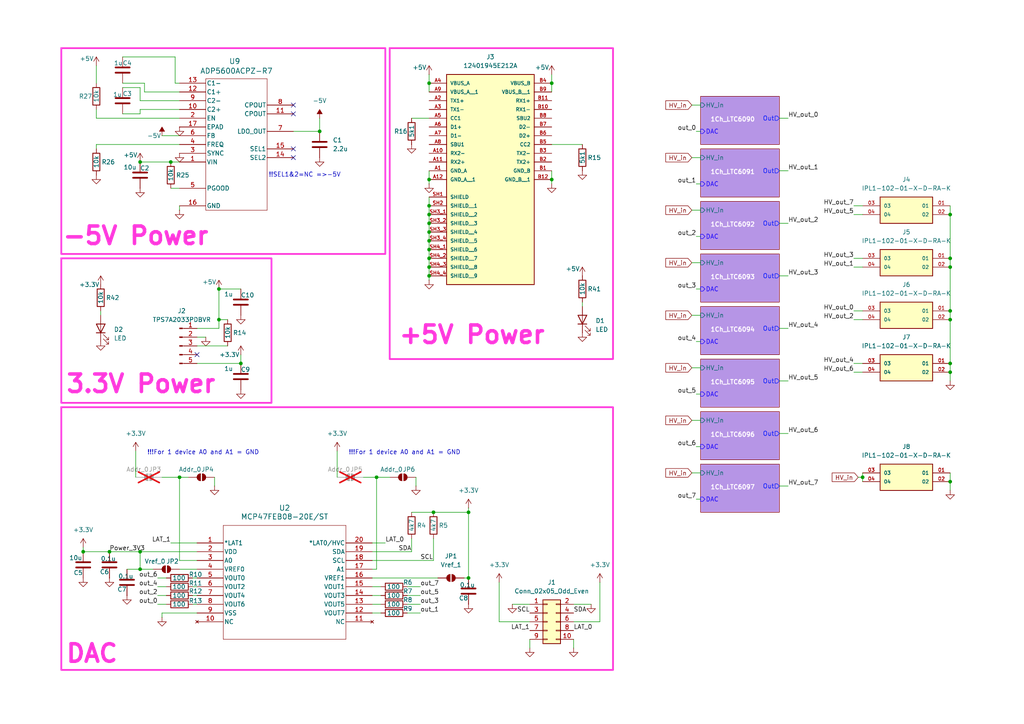
<source format=kicad_sch>
(kicad_sch (version 20250114) (generator "eeschema") (generator_version "9.0")
  (paper "A4")
  (title_block (title "HV Balance Prototype") (date "2025-11-21") (rev "0"))
  (rectangle (start 17.78 118.11) (end 177.8 194.31) (stroke (width 0.508) (color 255 54 218 1)))
  (rectangle (start 17.78 13.97) (end 111.76 73.66) (stroke (width 0.508) (color 255 54 218 1)))
  (rectangle (start 113.03 13.97) (end 177.8 104.14) (stroke (width 0.508) (color 255 54 218 1)))
  (rectangle (start 17.78 74.93) (end 78.74 116.84) (stroke (width 0.508) (color 255 54 218 1)))
  (text "!!!For 1 device A0 and A1 = GND" (at 58.928 131.318 0) (effects (font (size 1.27 1.27))))
  (text "!!!For 1 device A0 and A1 = GND" (at 117.348 131.318 0) (effects (font (size 1.27 1.27))))
  (text "!!SEL1&2=NC =>-5V" (at 88.392 50.8 0) (effects (font (size 1.27 1.27))))
  (text "3.3V Power" (at 40.894 111.506 0) (effects (font (size 5.08 5.08) (thickness 1.016) (bold yes))))
  (text "+5V Power" (at 136.906 97.282 0) (effects (font (size 5.08 5.08) (thickness 1.016) (bold yes))))
  (text "-5V Power" (at 39.37 68.58 0) (effects (font (size 5.08 5.08) (thickness 1.016) (bold yes))))
  (text "DAC" (at 26.67 189.738 0) (effects (font (size 5.08 5.08) (thickness 1.016) (bold yes))))
  (junction (at 275.59 62.23))
  (junction (at 124.46 59.69))
  (junction (at 124.46 67.31))
  (junction (at 250.19 138.43))
  (junction (at 40.64 160.02))
  (junction (at 63.5 83.82))
  (junction (at 275.59 139.7))
  (junction (at 92.71 38.1))
  (junction (at 275.59 92.71))
  (junction (at 275.59 90.17))
  (junction (at 24.13 160.02))
  (junction (at 275.59 107.95))
  (junction (at 124.46 62.23))
  (junction (at 69.85 105.41))
  (junction (at 52.07 138.43))
  (junction (at 124.46 24.13))
  (junction (at 31.75 160.02))
  (junction (at 63.5 92.71))
  (junction (at 40.64 165.1))
  (junction (at 135.89 167.64))
  (junction (at 275.59 105.41))
  (junction (at 160.02 24.13))
  (junction (at 275.59 74.93))
  (junction (at 124.46 52.07))
  (junction (at 160.02 52.07))
  (junction (at 125.73 148.59))
  (junction (at 49.53 46.99))
  (junction (at 40.64 46.99))
  (junction (at 124.46 77.47))
  (junction (at 275.59 77.47))
  (junction (at 109.22 138.43))
  (junction (at 124.46 80.01))
  (junction (at 124.46 72.39))
  (junction (at 124.46 64.77))
  (junction (at 124.46 69.85))
  (junction (at 124.46 74.93))
  (junction (at 135.89 148.59))
  (no_connect (at 85.09 30.48))
  (no_connect (at 85.09 45.72))
  (no_connect (at 85.09 43.18))
  (no_connect (at 85.09 33.02))
  (no_connect (at 57.15 102.87))
  (wire (pts (xy 124.46 59.69) (xy 124.46 62.23)))
  (wire (pts (xy 275.59 92.71) (xy 275.59 105.41)))
  (wire (pts (xy 160.02 24.13) (xy 160.02 26.67)))
  (wire (pts (xy 226.06 110.49) (xy 228.6 110.49)))
  (wire (pts (xy 40.64 165.1) (xy 44.45 165.1)))
  (wire (pts (xy 120.65 138.43) (xy 120.65 140.97)))
  (wire (pts (xy 200.66 137.16) (xy 203.2 137.16)))
  (wire (pts (xy 250.19 137.16) (xy 250.19 138.43)))
  (wire (pts (xy 160.02 52.07) (xy 160.02 53.34)))
  (wire (pts (xy 201.93 129.54) (xy 203.2 129.54)))
  (wire (pts (xy 247.65 107.95) (xy 250.19 107.95)))
  (wire (pts (xy 160.02 49.53) (xy 160.02 52.07)))
  (wire (pts (xy 247.65 105.41) (xy 250.19 105.41)))
  (wire (pts (xy 148.59 175.26) (xy 153.67 175.26)))
  (wire (pts (xy 107.95 172.72) (xy 110.49 172.72)))
  (wire (pts (xy 107.95 165.1) (xy 109.22 165.1)))
  (wire (pts (xy 250.19 138.43) (xy 250.19 139.7)))
  (wire (pts (xy 200.66 121.92) (xy 203.2 121.92)))
  (wire (pts (xy 45.72 172.72) (xy 48.26 172.72)))
  (wire (pts (xy 134.62 167.64) (xy 135.89 167.64)))
  (wire (pts (xy 45.72 167.64) (xy 48.26 167.64)))
  (wire (pts (xy 124.46 80.01) (xy 124.46 81.28)))
  (wire (pts (xy 144.78 168.91) (xy 144.78 180.34)))
  (wire (pts (xy 226.06 64.77) (xy 228.6 64.77)))
  (wire (pts (xy 107.95 177.8) (xy 110.49 177.8)))
  (wire (pts (xy 40.64 33.02) (xy 35.56 33.02)))
  (wire (pts (xy 201.93 53.34) (xy 203.2 53.34)))
  (wire (pts (xy 201.93 38.1) (xy 203.2 38.1)))
  (wire (pts (xy 63.5 95.25) (xy 57.15 95.25)))
  (wire (pts (xy 247.65 74.93) (xy 250.19 74.93)))
  (wire (pts (xy 52.07 162.56) (xy 52.07 138.43)))
  (wire (pts (xy 52.07 138.43) (xy 46.99 138.43)))
  (wire (pts (xy 201.93 99.06) (xy 203.2 99.06)))
  (wire (pts (xy 39.37 130.81) (xy 39.37 138.43)))
  (wire (pts (xy 97.79 130.81) (xy 97.79 138.43)))
  (wire (pts (xy 24.13 158.75) (xy 24.13 160.02)))
  (wire (pts (xy 125.73 148.59) (xy 135.89 148.59)))
  (wire (pts (xy 247.65 77.47) (xy 250.19 77.47)))
  (wire (pts (xy 166.37 175.26) (xy 171.45 175.26)))
  (wire (pts (xy 57.15 100.33) (xy 66.04 100.33)))
  (wire (pts (xy 40.64 46.99) (xy 49.53 46.99)))
  (wire (pts (xy 201.93 68.58) (xy 203.2 68.58)))
  (wire (pts (xy 168.91 87.63) (xy 168.91 88.9)))
  (wire (pts (xy 49.53 46.99) (xy 52.07 46.99)))
  (wire (pts (xy 247.65 90.17) (xy 250.19 90.17)))
  (wire (pts (xy 200.66 91.44) (xy 203.2 91.44)))
  (wire (pts (xy 173.99 168.91) (xy 173.99 180.34)))
  (wire (pts (xy 275.59 77.47) (xy 275.59 90.17)))
  (wire (pts (xy 275.59 105.41) (xy 275.59 107.95)))
  (wire (pts (xy 119.38 148.59) (xy 125.73 148.59)))
  (wire (pts (xy 247.65 59.69) (xy 250.19 59.69)))
  (wire (pts (xy 40.64 31.75) (xy 40.64 33.02)))
  (wire (pts (xy 50.8 24.13) (xy 52.07 24.13)))
  (wire (pts (xy 275.59 137.16) (xy 275.59 139.7)))
  (wire (pts (xy 105.41 138.43) (xy 109.22 138.43)))
  (wire (pts (xy 200.66 30.48) (xy 203.2 30.48)))
  (wire (pts (xy 69.85 83.82) (xy 63.5 83.82)))
  (wire (pts (xy 226.06 125.73) (xy 228.6 125.73)))
  (wire (pts (xy 27.94 34.29) (xy 27.94 31.75)))
  (wire (pts (xy 275.59 90.17) (xy 275.59 92.71)))
  (wire (pts (xy 40.64 160.02) (xy 57.15 160.02)))
  (wire (pts (xy 226.06 49.53) (xy 228.6 49.53)))
  (wire (pts (xy 27.94 34.29) (xy 52.07 34.29)))
  (wire (pts (xy 275.59 107.95) (xy 275.59 110.49)))
  (wire (pts (xy 52.07 41.91) (xy 27.94 41.91)))
  (wire (pts (xy 63.5 83.82) (xy 63.5 92.71)))
  (wire (pts (xy 200.66 45.72) (xy 203.2 45.72)))
  (wire (pts (xy 144.78 180.34) (xy 153.67 180.34)))
  (wire (pts (xy 153.67 185.42) (xy 153.67 187.96)))
  (wire (pts (xy 247.65 62.23) (xy 250.19 62.23)))
  (wire (pts (xy 135.89 148.59) (xy 135.89 167.64)))
  (wire (pts (xy 52.07 54.61) (xy 49.53 54.61)))
  (wire (pts (xy 201.93 114.3) (xy 203.2 114.3)))
  (wire (pts (xy 27.94 41.91) (xy 27.94 43.18)))
  (wire (pts (xy 55.88 172.72) (xy 57.15 172.72)))
  (wire (pts (xy 31.75 160.02) (xy 40.64 160.02)))
  (wire (pts (xy 124.46 49.53) (xy 124.46 52.07)))
  (wire (pts (xy 201.93 144.78) (xy 203.2 144.78)))
  (wire (pts (xy 107.95 167.64) (xy 127 167.64)))
  (wire (pts (xy 49.53 157.48) (xy 57.15 157.48)))
  (wire (pts (xy 40.64 160.02) (xy 40.64 165.1)))
  (wire (pts (xy 63.5 92.71) (xy 66.04 92.71)))
  (wire (pts (xy 63.5 92.71) (xy 63.5 95.25)))
  (wire (pts (xy 275.59 62.23) (xy 275.59 74.93)))
  (wire (pts (xy 124.46 52.07) (xy 124.46 53.34)))
  (wire (pts (xy 55.88 175.26) (xy 57.15 175.26)))
  (wire (pts (xy 124.46 57.15) (xy 124.46 59.69)))
  (wire (pts (xy 119.38 160.02) (xy 119.38 156.21)))
  (wire (pts (xy 124.46 24.13) (xy 124.46 26.67)))
  (wire (pts (xy 118.11 175.26) (xy 121.92 175.26)))
  (wire (pts (xy 46.99 177.8) (xy 46.99 179.07)))
  (wire (pts (xy 226.06 80.01) (xy 228.6 80.01)))
  (wire (pts (xy 50.8 16.51) (xy 35.56 16.51)))
  (wire (pts (xy 24.13 160.02) (xy 31.75 160.02)))
  (wire (pts (xy 27.94 19.05) (xy 27.94 24.13)))
  (wire (pts (xy 69.85 102.87) (xy 69.85 105.41)))
  (wire (pts (xy 200.66 106.68) (xy 203.2 106.68)))
  (wire (pts (xy 57.15 177.8) (xy 46.99 177.8)))
  (wire (pts (xy 124.46 72.39) (xy 124.46 74.93)))
  (wire (pts (xy 226.06 140.97) (xy 228.6 140.97)))
  (wire (pts (xy 226.06 95.25) (xy 228.6 95.25)))
  (wire (pts (xy 107.95 162.56) (xy 125.73 162.56)))
  (wire (pts (xy 57.15 97.79) (xy 59.69 97.79)))
  (wire (pts (xy 107.95 170.18) (xy 110.49 170.18)))
  (wire (pts (xy 52.07 59.69) (xy 52.07 60.96)))
  (wire (pts (xy 160.02 21.59) (xy 160.02 24.13)))
  (wire (pts (xy 248.92 138.43) (xy 250.19 138.43)))
  (wire (pts (xy 118.11 170.18) (xy 121.92 170.18)))
  (wire (pts (xy 200.66 76.2) (xy 203.2 76.2)))
  (wire (pts (xy 275.59 139.7) (xy 275.59 142.24)))
  (wire (pts (xy 46.99 39.37) (xy 52.07 39.37)))
  (wire (pts (xy 55.88 170.18) (xy 57.15 170.18)))
  (wire (pts (xy 62.23 138.43) (xy 62.23 140.97)))
  (wire (pts (xy 201.93 83.82) (xy 203.2 83.82)))
  (wire (pts (xy 124.46 69.85) (xy 124.46 72.39)))
  (wire (pts (xy 45.72 170.18) (xy 48.26 170.18)))
  (wire (pts (xy 200.66 60.96) (xy 203.2 60.96)))
  (wire (pts (xy 45.72 175.26) (xy 48.26 175.26)))
  (wire (pts (xy 55.88 167.64) (xy 57.15 167.64)))
  (wire (pts (xy 52.07 165.1) (xy 57.15 165.1)))
  (wire (pts (xy 52.07 31.75) (xy 40.64 31.75)))
  (wire (pts (xy 275.59 59.69) (xy 275.59 62.23)))
  (wire (pts (xy 41.91 24.13) (xy 41.91 26.67)))
  (wire (pts (xy 107.95 160.02) (xy 119.38 160.02)))
  (wire (pts (xy 29.21 90.17) (xy 29.21 91.44)))
  (wire (pts (xy 109.22 165.1) (xy 109.22 138.43)))
  (wire (pts (xy 57.15 105.41) (xy 69.85 105.41)))
  (wire (pts (xy 57.15 162.56) (xy 52.07 162.56)))
  (wire (pts (xy 119.38 34.29) (xy 124.46 34.29)))
  (wire (pts (xy 160.02 41.91) (xy 168.91 41.91)))
  (wire (pts (xy 92.71 34.29) (xy 92.71 38.1)))
  (wire (pts (xy 107.95 157.48) (xy 111.76 157.48)))
  (wire (pts (xy 247.65 92.71) (xy 250.19 92.71)))
  (wire (pts (xy 50.8 24.13) (xy 50.8 16.51)))
  (wire (pts (xy 124.46 64.77) (xy 124.46 67.31)))
  (wire (pts (xy 35.56 24.13) (xy 41.91 24.13)))
  (wire (pts (xy 118.11 177.8) (xy 121.92 177.8)))
  (wire (pts (xy 124.46 77.47) (xy 124.46 80.01)))
  (wire (pts (xy 173.99 180.34) (xy 166.37 180.34)))
  (wire (pts (xy 124.46 21.59) (xy 124.46 24.13)))
  (wire (pts (xy 92.71 38.1) (xy 85.09 38.1)))
  (wire (pts (xy 135.89 147.32) (xy 135.89 148.59)))
  (wire (pts (xy 166.37 185.42) (xy 166.37 187.96)))
  (wire (pts (xy 109.22 138.43) (xy 113.03 138.43)))
  (wire (pts (xy 41.91 26.67) (xy 52.07 26.67)))
  (wire (pts (xy 52.07 138.43) (xy 54.61 138.43)))
  (wire (pts (xy 124.46 74.93) (xy 124.46 77.47)))
  (wire (pts (xy 40.64 29.21) (xy 40.64 25.4)))
  (wire (pts (xy 107.95 175.26) (xy 110.49 175.26)))
  (wire (pts (xy 118.11 172.72) (xy 121.92 172.72)))
  (wire (pts (xy 275.59 74.93) (xy 275.59 77.47)))
  (wire (pts (xy 36.83 165.1) (xy 40.64 165.1)))
  (wire (pts (xy 226.06 34.29) (xy 228.6 34.29)))
  (wire (pts (xy 124.46 67.31) (xy 124.46 69.85)))
  (wire (pts (xy 40.64 25.4) (xy 35.56 25.4)))
  (wire (pts (xy 125.73 156.21) (xy 125.73 162.56)))
  (wire (pts (xy 124.46 62.23) (xy 124.46 64.77)))
  (wire (pts (xy 52.07 29.21) (xy 40.64 29.21)))
  (label "HV_out_5" (at 228.6 110.49 0))
  (label "out_0" (at 201.93 38.1 180))
  (label "HV_out_6" (at 228.6 125.73 0))
  (label "out_6" (at 201.93 129.54 180))
  (label "HV_out_7" (at 247.65 59.69 180))
  (label "out_7" (at 201.93 144.78 180))
  (label "LAT_1" (at 153.67 182.88 180))
  (label "HV_out_3" (at 247.65 74.93 180))
  (label "SDA" (at 166.37 177.8 0))
  (label "out_7" (at 121.92 170.18 0))
  (label "out_2" (at 45.72 172.72 180))
  (label "Power_3V3" (at 31.75 160.02 0))
  (label "LAT_0" (at 111.76 157.48 0))
  (label "out_5" (at 121.92 172.72 0))
  (label "SCL" (at 121.92 162.56 0))
  (label "out_6" (at 45.72 167.64 180))
  (label "out_0" (at 45.72 175.26 180))
  (label "HV_out_2" (at 247.65 92.71 180))
  (label "HV_out_3" (at 228.6 80.01 0))
  (label "out_1" (at 121.92 177.8 0))
  (label "out_4" (at 45.72 170.18 180))
  (label "HV_out_5" (at 247.65 62.23 180))
  (label "HV_out_6" (at 247.65 107.95 180))
  (label "SCL" (at 153.67 177.8 180))
  (label "HV_out_4" (at 247.65 105.41 180))
  (label "out_2" (at 201.93 68.58 180))
  (label "HV_out_0" (at 228.6 34.29 0))
  (label "SDA" (at 115.57 160.02 0))
  (label "LAT_0" (at 166.37 182.88 0))
  (label "HV_out_4" (at 228.6 95.25 0))
  (label "out_3" (at 121.92 175.26 0))
  (label "HV_out_7" (at 228.6 140.97 0))
  (label "out_1" (at 201.93 53.34 180))
  (label "HV_out_2" (at 228.6 64.77 0))
  (label "out_4" (at 201.93 99.06 180))
  (label "LAT_1" (at 49.53 157.48 180))
  (label "HV_out_1" (at 247.65 77.47 180))
  (label "out_5" (at 201.93 114.3 180))
  (label "HV_out_1" (at 228.6 49.53 0))
  (label "HV_out_0" (at 247.65 90.17 180))
  (label "out_3" (at 201.93 83.82 180))
  (global_label "HV_in" (shape input) (at 200.66 137.16 180) (property "Intersheetrefs" "${INTERSHEET_REFS}" (effects (hide yes))))
  (global_label "HV_in" (shape input) (at 200.66 76.2 180) (property "Intersheetrefs" "${INTERSHEET_REFS}" (effects (hide yes))))
  (global_label "HV_in" (shape input) (at 200.66 121.92 180) (property "Intersheetrefs" "${INTERSHEET_REFS}" (effects (hide yes))))
  (global_label "HV_in" (shape input) (at 200.66 30.48 180) (property "Intersheetrefs" "${INTERSHEET_REFS}" (effects (hide yes))))
  (global_label "HV_in" (shape input) (at 200.66 60.96 180) (property "Intersheetrefs" "${INTERSHEET_REFS}" (effects (hide yes))))
  (global_label "HV_in" (shape input) (at 200.66 106.68 180) (property "Intersheetrefs" "${INTERSHEET_REFS}" (effects (hide yes))))
  (global_label "HV_in" (shape input) (at 200.66 45.72 180) (property "Intersheetrefs" "${INTERSHEET_REFS}" (effects (hide yes))))
  (global_label "HV_in" (shape input) (at 248.92 138.43 180) (property "Intersheetrefs" "${INTERSHEET_REFS}" (effects (hide yes))))
  (global_label "HV_in" (shape input) (at 200.66 91.44 180) (property "Intersheetrefs" "${INTERSHEET_REFS}" (effects (hide yes))))
  (symbol (lib_id "Jumper:SolderJumper_2_Open") (at 43.18 138.43 0) (unit 1) (in_bom no) (dnp yes)
    (property "Reference" "JP3" (at 44.958 136.144 0))
    (property "Value" "Addr_0" (at 39.878 136.144 0))
    (property "Footprint" "Jumper:SolderJumper-2_P1.3mm_Open_Pad1.0x1.5mm" (effects (hide yes)))
    (property "Description" "Solder Jumper, 2-pole, open" (effects (hide yes)))
  )
  (symbol (lib_id "Device:R") (at 49.53 50.8 0) (unit 1)
    (property "Reference" "R25" (at 51.054 50.8 0) (effects (justify left)))
    (property "Value" "10k" (at 49.53 52.578 90) (effects (justify left)))
    (property "Footprint" "Resistor_SMD:R_0603_1608Metric" (effects (hide yes)))
    (property "Description" "Resistor" (effects (hide yes)))
  )
  (symbol (lib_id "Device:LED") (at 29.21 95.25 90) (unit 1)
    (property "Reference" "D2" (at 33.02 95.5674 90) (effects (justify right)))
    (property "Value" "LED" (at 33.02 98.1074 90) (effects (justify right)))
    (property "Footprint" "LED_SMD:LED_0603_1608Metric" (effects (hide yes)))
    (property "Description" "Light emitting diode" (effects (hide yes)))
    (property "Sim.Pins" "1=K 2=A" (effects (hide yes)))
  )
  (symbol (lib_id "power:+3.3V") (at 173.99 168.91 0) (unit 1)
    (property "Reference" "#PWR092" (effects (hide yes)))
    (property "Value" "+3.3V" (at 173.99 163.83 0))
    (property "Description" "Power symbol creates a global label with name \"+3.3V\"" (effects (hide yes)))
  )
  (symbol (lib_id "Device:R") (at 52.07 167.64 90) (unit 1)
    (property "Reference" "R10" (at 58.674 166.624 90) (effects (justify left)))
    (property "Value" "100" (at 53.848 167.64 90) (effects (justify left)))
    (property "Footprint" "Resistor_SMD:R_0402_1005Metric" (effects (hide yes)))
    (property "Description" "Resistor" (effects (hide yes)))
  )
  (symbol (lib_id "power:GND") (at 135.89 175.26 0) (unit 1)
    (property "Reference" "#PWR011" (effects (hide yes)))
    (property "Value" "GND" (effects (hide yes)))
    (property "Description" "Power symbol creates a global label with name \"GND\" , ground" (effects (hide yes)))
  )
  (symbol (lib_id "power:GND") (at 29.21 99.06 0) (unit 1)
    (property "Reference" "#PWR099" (effects (hide yes)))
    (property "Value" "GND" (effects (hide yes)))
    (property "Description" "Power symbol creates a global label with name \"GND\" , ground" (effects (hide yes)))
  )
  (symbol (lib_id "Device:R") (at 119.38 38.1 0) (unit 1)
    (property "Reference" "R16" (at 114.3 38.1 0) (effects (justify left)))
    (property "Value" "5k1" (at 119.38 39.878 90) (effects (justify left)))
    (property "Footprint" "Resistor_SMD:R_0402_1005Metric" (effects (hide yes)))
    (property "Description" "Resistor" (effects (hide yes)))
  )
  (symbol (lib_id "power:+5V") (at 160.02 21.59 0) (unit 1)
    (property "Reference" "#PWR035" (effects (hide yes)))
    (property "Value" "+5V" (at 157.226 19.558 0))
    (property "Description" "Power symbol creates a global label with name \"+5V\"" (effects (hide yes)))
  )
  (symbol (lib_id "power:GND") (at 36.83 172.72 0) (unit 1)
    (property "Reference" "#PWR09" (effects (hide yes)))
    (property "Value" "GND" (effects (hide yes)))
    (property "Description" "Power symbol creates a global label with name \"GND\" , ground" (effects (hide yes)))
  )
  (symbol (lib_id "power:GND") (at 62.23 140.97 0) (unit 1)
    (property "Reference" "#PWR013" (effects (hide yes)))
    (property "Value" "GND" (effects (hide yes)))
    (property "Description" "Power symbol creates a global label with name \"GND\" , ground" (effects (hide yes)))
  )
  (symbol (lib_id "power:GND") (at 124.46 81.28 0) (unit 1)
    (property "Reference" "#PWR021" (effects (hide yes)))
    (property "Value" "GND" (effects (hide yes)))
    (property "Description" "Power symbol creates a global label with name \"GND\" , ground" (effects (hide yes)))
  )
  (symbol (lib_id "Device:R") (at 52.07 172.72 90) (unit 1)
    (property "Reference" "R12" (at 58.674 171.45 90) (effects (justify left)))
    (property "Value" "100" (at 53.848 172.72 90) (effects (justify left)))
    (property "Footprint" "Resistor_SMD:R_0402_1005Metric" (effects (hide yes)))
    (property "Description" "Resistor" (effects (hide yes)))
  )
  (symbol (lib_id "Device:C") (at 31.75 163.83 0) (unit 1)
    (property "Reference" "C6" (at 28.956 165.862 0) (effects (justify left)))
    (property "Value" "0.1u" (at 29.21 162.052 0) (effects (justify left)))
    (property "Footprint" "Capacitor_SMD:C_0402_1005Metric" (effects (hide yes)))
    (property "Description" "Unpolarized capacitor" (effects (hide yes)))
  )
  (symbol (lib_id "0_lib:IPL1-102-01-X-D-RA-K") (at 262.89 139.7 0) (mirror y) (unit 1)
    (property "Reference" "J8" (at 262.89 129.54 0))
    (property "Value" "IPL1-102-01-X-D-RA-K" (at 262.89 132.08 0))
    (property "Footprint" "0_lib:SAMTEC_IPL1-102-01-X-D-RA-K" (effects (hide yes)))
    (property "MF" "Samtec" (effects (hide yes)))
    (property "MAXIMUM_PACKAGE_HEIGHT" "7.37mm" (effects (hide yes)))
    (property "Package" "None" (effects (hide yes)))
    (property "Price" "None" (effects (hide yes)))
    (property "Check_prices" "https://www.snapeda.com/parts/IPL1-102-01-L-D-RA-K/Samtec/view-part/?ref=eda" (effects (hide yes)))
    (property "STANDARD" "Manufacturer Recommendations" (effects (hide yes)))
    (property "PARTREV" "E" (effects (hide yes)))
    (property "SnapEDA_Link" "https://www.snapeda.com/parts/IPL1-102-01-L-D-RA-K/Samtec/view-part/?ref=snap" (effects (hide yes)))
    (property "MP" "IPL1-102-01-L-D-RA-K" (effects (hide yes)))
    (property "Description_1" "Connector Header Through Hole, Right Angle 4 position 0.100 (2.54mm)" (effects (hide yes)))
    (property "Availability" "In Stock" (effects (hide yes)))
    (property "MANUFACTURER" "Samtec" (effects (hide yes)))
  )
  (symbol (lib_id "Device:C") (at 35.56 20.32 0) (unit 1)
    (property "Reference" "C4" (at 35.56 18.288 0) (effects (justify left)))
    (property "Value" "1u" (at 33.02 18.288 0) (effects (justify left)))
    (property "Footprint" "Capacitor_SMD:C_0402_1005Metric" (effects (hide yes)))
    (property "Description" "Unpolarized capacitor" (effects (hide yes)))
  )
  (symbol (lib_id "power:GND") (at 40.64 54.61 0) (unit 1)
    (property "Reference" "#PWR028" (effects (hide yes)))
    (property "Value" "GND" (effects (hide yes)))
    (property "Description" "Power symbol creates a global label with name \"GND\" , ground" (effects (hide yes)))
  )
  (symbol (lib_id "Device:R") (at 168.91 83.82 0) (unit 1)
    (property "Reference" "R41" (at 170.434 83.82 0) (effects (justify left)))
    (property "Value" "10k" (at 168.91 85.598 90) (effects (justify left)))
    (property "Footprint" "Resistor_SMD:R_0402_1005Metric" (effects (hide yes)))
    (property "Description" "Resistor" (effects (hide yes)))
  )
  (symbol (lib_id "0_lib:12401945E212A") (at 142.24 36.83 0) (unit 1)
    (property "Reference" "J3" (at 142.24 16.51 0))
    (property "Value" "12401945E212A" (at 142.24 19.05 0))
    (property "Footprint" "0_lib:AMPHENOL_12401945E212A" (effects (hide yes)))
    (property "PARTREV" "1" (effects (hide yes)))
    (property "STANDARD" "Manufacturer Recommended" (effects (hide yes)))
    (property "MAXIMUM_PACKAGE_HEIGHT" "3.51 mm" (effects (hide yes)))
    (property "MANUFACTURER" "Amphenol" (effects (hide yes)))
  )
  (symbol (lib_id "Device:C") (at 35.56 29.21 0) (unit 1)
    (property "Reference" "C3" (at 35.56 27.178 0) (effects (justify left)))
    (property "Value" "1u" (at 32.766 27.432 0) (effects (justify left)))
    (property "Footprint" "Capacitor_SMD:C_0402_1005Metric" (effects (hide yes)))
    (property "Description" "Unpolarized capacitor" (effects (hide yes)))
  )
  (symbol (lib_id "Jumper:SolderJumper_2_Open") (at 130.81 167.64 0) (unit 1) (in_bom no)
    (property "Reference" "JP1" (at 130.81 161.29 0))
    (property "Value" "Vref_1" (at 130.81 163.83 0))
    (property "Footprint" "Jumper:SolderJumper-2_P1.3mm_Open_Pad1.0x1.5mm" (effects (hide yes)))
    (property "Description" "Solder Jumper, 2-pole, open" (effects (hide yes)))
  )
  (symbol (lib_id "Device:C") (at 69.85 109.22 0) (unit 1)
    (property "Reference" "C9" (at 69.85 107.188 0) (effects (justify left)))
    (property "Value" "1u" (at 65.024 106.934 0) (effects (justify left)))
    (property "Footprint" "Capacitor_SMD:C_0402_1005Metric" (effects (hide yes)))
    (property "Description" "Unpolarized capacitor" (effects (hide yes)))
  )
  (symbol (lib_id "Device:R") (at 52.07 175.26 90) (unit 1)
    (property "Reference" "R13" (at 58.674 174.244 90) (effects (justify left)))
    (property "Value" "100" (at 53.848 175.26 90) (effects (justify left)))
    (property "Footprint" "Resistor_SMD:R_0402_1005Metric" (effects (hide yes)))
    (property "Description" "Resistor" (effects (hide yes)))
  )
  (symbol (lib_id "Device:C") (at 36.83 168.91 0) (unit 1)
    (property "Reference" "C7" (at 34.036 170.942 0) (effects (justify left)))
    (property "Value" "0.1u" (at 34.29 167.132 0) (effects (justify left)))
    (property "Footprint" "Capacitor_SMD:C_0402_1005Metric" (effects (hide yes)))
    (property "Description" "Unpolarized capacitor" (effects (hide yes)))
  )
  (symbol (lib_id "Device:C") (at 40.64 50.8 0) (unit 1)
    (property "Reference" "C2" (at 40.64 48.768 0) (effects (justify left)))
    (property "Value" "10u" (at 35.814 48.514 0) (effects (justify left)))
    (property "Footprint" "Capacitor_SMD:C_0805_2012Metric" (effects (hide yes)))
    (property "Description" "Unpolarized capacitor" (effects (hide yes)))
  )
  (symbol (lib_id "power:+3.3V") (at 29.21 82.55 0) (unit 1)
    (property "Reference" "#PWR098" (effects (hide yes)))
    (property "Value" "+3.3V" (at 25.908 82.55 0))
    (property "Description" "Power symbol creates a global label with name \"+3.3V\"" (effects (hide yes)))
  )
  (symbol (lib_id "Device:R") (at 27.94 27.94 0) (unit 1)
    (property "Reference" "R27" (at 22.86 27.94 0) (effects (justify left)))
    (property "Value" "10k" (at 27.94 29.718 90) (effects (justify left)))
    (property "Footprint" "Resistor_SMD:R_0603_1608Metric" (effects (hide yes)))
    (property "Description" "Resistor" (effects (hide yes)))
  )
  (symbol (lib_id "power:+5V") (at 27.94 19.05 0) (unit 1)
    (property "Reference" "#PWR033" (effects (hide yes)))
    (property "Value" "+5V" (at 25.146 17.018 0))
    (property "Description" "Power symbol creates a global label with name \"+5V\"" (effects (hide yes)))
  )
  (symbol (lib_id "Connector_Generic:Conn_02x05_Odd_Even") (at 158.75 180.34 0) (unit 1)
    (property "Reference" "J1" (at 160.02 168.91 0))
    (property "Value" "Conn_02x05_Odd_Even" (at 160.02 171.45 0))
    (property "Footprint" "Connector_PinHeader_2.54mm:PinHeader_2x05_P2.54mm_Vertical_SMD" (effects (hide yes)))
    (property "Description" "Generic connector, double row, 02x05, odd/even pin numbering scheme (row 1 odd numbers, row 2 even numbers), script generated (kicad-library-utils/schlib/autogen/connector/)" (effects (hide yes)))
  )
  (symbol (lib_id "Device:C") (at 69.85 87.63 0) (unit 1)
    (property "Reference" "C10" (at 69.85 85.598 0) (effects (justify left)))
    (property "Value" "1u" (at 65.024 85.344 0) (effects (justify left)))
    (property "Footprint" "Capacitor_SMD:C_0402_1005Metric" (effects (hide yes)))
    (property "Description" "Unpolarized capacitor" (effects (hide yes)))
  )
  (symbol (lib_id "power:GND") (at 120.65 140.97 0) (unit 1)
    (property "Reference" "#PWR015" (effects (hide yes)))
    (property "Value" "GND" (effects (hide yes)))
    (property "Description" "Power symbol creates a global label with name \"GND\" , ground" (effects (hide yes)))
  )
  (symbol (lib_id "power:GND") (at 119.38 41.91 0) (unit 1)
    (property "Reference" "#PWR037" (effects (hide yes)))
    (property "Value" "GND" (effects (hide yes)))
    (property "Description" "Power symbol creates a global label with name \"GND\" , ground" (effects (hide yes)))
  )
  (symbol (lib_id "power:+5V") (at 124.46 21.59 0) (unit 1)
    (property "Reference" "#PWR024" (effects (hide yes)))
    (property "Value" "+5V" (at 121.666 19.558 0))
    (property "Description" "Power symbol creates a global label with name \"+5V\"" (effects (hide yes)))
  )
  (symbol (lib_id "power:GND") (at 92.71 45.72 0) (unit 1)
    (property "Reference" "#PWR026" (effects (hide yes)))
    (property "Value" "GND" (effects (hide yes)))
    (property "Description" "Power symbol creates a global label with name \"GND\" , ground" (effects (hide yes)))
  )
  (symbol (lib_id "Device:R") (at 52.07 170.18 90) (unit 1)
    (property "Reference" "R11" (at 58.674 169.164 90) (effects (justify left)))
    (property "Value" "100" (at 53.848 170.18 90) (effects (justify left)))
    (property "Footprint" "Resistor_SMD:R_0402_1005Metric" (effects (hide yes)))
    (property "Description" "Resistor" (effects (hide yes)))
  )
  (symbol (lib_id "power:-5V") (at 46.99 39.37 0) (unit 1)
    (property "Reference" "#PWR030" (effects (hide yes)))
    (property "Value" "-5V" (at 44.704 39.37 0))
    (property "Description" "Power symbol creates a global label with name \"-5V\"" (effects (hide yes)))
  )
  (symbol (lib_id "power:GND") (at 275.59 142.24 0) (unit 1)
    (property "Reference" "#PWR04" (effects (hide yes)))
    (property "Value" "GND" (effects (hide yes)))
    (property "Description" "Power symbol creates a global label with name \"GND\" , ground" (effects (hide yes)))
  )
  (symbol (lib_id "power:GND") (at 153.67 187.96 0) (unit 1)
    (property "Reference" "#PWR02" (effects (hide yes)))
    (property "Value" "GND" (effects (hide yes)))
    (property "Description" "Power symbol creates a global label with name \"GND\" , ground" (effects (hide yes)))
  )
  (symbol (lib_id "Jumper:SolderJumper_2_Open") (at 48.26 165.1 0) (unit 1) (in_bom no)
    (property "Reference" "JP2" (at 50.038 162.814 0))
    (property "Value" "Vref_0" (at 44.958 162.814 0))
    (property "Footprint" "Jumper:SolderJumper-2_P1.3mm_Open_Pad1.0x1.5mm" (effects (hide yes)))
    (property "Description" "Solder Jumper, 2-pole, open" (effects (hide yes)))
  )
  (symbol (lib_id "power:GND") (at 69.85 91.44 0) (unit 1)
    (property "Reference" "#PWR020" (effects (hide yes)))
    (property "Value" "GND" (effects (hide yes)))
    (property "Description" "Power symbol creates a global label with name \"GND\" , ground" (effects (hide yes)))
  )
  (symbol (lib_id "power:GND") (at 168.91 96.52 0) (unit 1)
    (property "Reference" "#PWR097" (effects (hide yes)))
    (property "Value" "GND" (effects (hide yes)))
    (property "Description" "Power symbol creates a global label with name \"GND\" , ground" (effects (hide yes)))
  )
  (symbol (lib_id "Device:LED") (at 168.91 92.71 90) (unit 1)
    (property "Reference" "D1" (at 172.72 93.0274 90) (effects (justify right)))
    (property "Value" "LED" (at 172.72 95.5674 90) (effects (justify right)))
    (property "Footprint" "LED_SMD:LED_0603_1608Metric" (effects (hide yes)))
    (property "Description" "Light emitting diode" (effects (hide yes)))
    (property "Sim.Pins" "1=K 2=A" (effects (hide yes)))
  )
  (symbol (lib_id "power:+3.3V") (at 135.89 147.32 0) (unit 1)
    (property "Reference" "#PWR010" (effects (hide yes)))
    (property "Value" "+3.3V" (at 135.89 142.24 0))
    (property "Description" "Power symbol creates a global label with name \"+3.3V\"" (effects (hide yes)))
  )
  (symbol (lib_id "power:GND") (at 52.07 44.45 0) (unit 1)
    (property "Reference" "#PWR032" (effects (hide yes)))
    (property "Value" "GND" (effects (hide yes)))
    (property "Description" "Power symbol creates a global label with name \"GND\" , ground" (effects (hide yes)))
  )
  (symbol (lib_id "power:GND") (at 46.99 179.07 0) (unit 1)
    (property "Reference" "#PWR07" (effects (hide yes)))
    (property "Value" "GND" (effects (hide yes)))
    (property "Description" "Power symbol creates a global label with name \"GND\" , ground" (effects (hide yes)))
  )
  (symbol (lib_id "0_lib:IPL1-102-01-X-D-RA-K") (at 262.89 107.95 0) (mirror y) (unit 1)
    (property "Reference" "J7" (at 262.89 97.79 0))
    (property "Value" "IPL1-102-01-X-D-RA-K" (at 262.89 100.33 0))
    (property "Footprint" "0_lib:SAMTEC_IPL1-102-01-X-D-RA-K" (effects (hide yes)))
    (property "MF" "Samtec" (effects (hide yes)))
    (property "MAXIMUM_PACKAGE_HEIGHT" "7.37mm" (effects (hide yes)))
    (property "Package" "None" (effects (hide yes)))
    (property "Price" "None" (effects (hide yes)))
    (property "Check_prices" "https://www.snapeda.com/parts/IPL1-102-01-L-D-RA-K/Samtec/view-part/?ref=eda" (effects (hide yes)))
    (property "STANDARD" "Manufacturer Recommendations" (effects (hide yes)))
    (property "PARTREV" "E" (effects (hide yes)))
    (property "SnapEDA_Link" "https://www.snapeda.com/parts/IPL1-102-01-L-D-RA-K/Samtec/view-part/?ref=snap" (effects (hide yes)))
    (property "MP" "IPL1-102-01-L-D-RA-K" (effects (hide yes)))
    (property "Description_1" "Connector Header Through Hole, Right Angle 4 position 0.100 (2.54mm)" (effects (hide yes)))
    (property "Availability" "In Stock" (effects (hide yes)))
    (property "MANUFACTURER" "Samtec" (effects (hide yes)))
  )
  (symbol (lib_id "power:GND") (at 31.75 167.64 0) (unit 1)
    (property "Reference" "#PWR08" (effects (hide yes)))
    (property "Value" "GND" (effects (hide yes)))
    (property "Description" "Power symbol creates a global label with name \"GND\" , ground" (effects (hide yes)))
  )
  (symbol (lib_id "Jumper:SolderJumper_2_Open") (at 58.42 138.43 0) (unit 1) (in_bom no)
    (property "Reference" "JP4" (at 60.198 136.144 0))
    (property "Value" "Addr_0" (at 55.118 136.144 0))
    (property "Footprint" "Jumper:SolderJumper-2_P1.3mm_Open_Pad1.0x1.5mm" (effects (hide yes)))
    (property "Description" "Solder Jumper, 2-pole, open" (effects (hide yes)))
  )
  (symbol (lib_id "power:+3.3V") (at 144.78 168.91 0) (unit 1)
    (property "Reference" "#PWR093" (effects (hide yes)))
    (property "Value" "+3.3V" (at 144.78 163.83 0))
    (property "Description" "Power symbol creates a global label with name \"+3.3V\"" (effects (hide yes)))
  )
  (symbol (lib_id "Device:R") (at 114.3 170.18 90) (unit 1)
    (property "Reference" "R6" (at 119.634 168.91 90) (effects (justify left)))
    (property "Value" "100" (at 116.078 170.18 90) (effects (justify left)))
    (property "Footprint" "Resistor_SMD:R_0402_1005Metric" (effects (hide yes)))
    (property "Description" "Resistor" (effects (hide yes)))
  )
  (symbol (lib_id "power:+3.3V") (at 69.85 102.87 0) (unit 1)
    (property "Reference" "#PWR017" (effects (hide yes)))
    (property "Value" "+3.3V" (at 66.548 102.87 0))
    (property "Description" "Power symbol creates a global label with name \"+3.3V\"" (effects (hide yes)))
  )
  (symbol (lib_id "power:GND") (at 148.59 175.26 0) (unit 1)
    (property "Reference" "#PWR094" (effects (hide yes)))
    (property "Value" "GND" (effects (hide yes)))
    (property "Description" "Power symbol creates a global label with name \"GND\" , ground" (effects (hide yes)))
  )
  (symbol (lib_id "power:-5V") (at 92.71 34.29 0) (unit 1)
    (property "Reference" "#PWR025" (effects (hide yes)))
    (property "Value" "-5V" (at 92.71 29.21 0))
    (property "Description" "Power symbol creates a global label with name \"-5V\"" (effects (hide yes)))
  )
  (symbol (lib_id "power:GND") (at 69.85 113.03 0) (unit 1)
    (property "Reference" "#PWR019" (effects (hide yes)))
    (property "Value" "GND" (effects (hide yes)))
    (property "Description" "Power symbol creates a global label with name \"GND\" , ground" (effects (hide yes)))
  )
  (symbol (lib_id "0_lib:MCP47FVB28-20E_ST") (at 57.15 157.48 0) (unit 1)
    (property "Reference" "U2" (at 82.55 147.32 0) (effects (font (size 1.524 1.524))))
    (property "Value" "MCP47FEB08-20E/ST" (at 82.55 149.86 0) (effects (font (size 1.524 1.524))))
    (property "Footprint" "0_lib:TSSOP20_ST_MCH" (effects (hide yes)))
    (property "Datasheet" "MCP47FVB28-20E/ST" (effects (hide yes)))
  )
  (symbol (lib_id "power:GND") (at 27.94 50.8 0) (unit 1)
    (property "Reference" "#PWR031" (effects (hide yes)))
    (property "Value" "GND" (effects (hide yes)))
    (property "Description" "Power symbol creates a global label with name \"GND\" , ground" (effects (hide yes)))
  )
  (symbol (lib_id "Device:R") (at 125.73 152.4 0) (unit 1)
    (property "Reference" "R5" (at 127.254 152.4 0) (effects (justify left)))
    (property "Value" "4k7" (at 125.73 154.178 90) (effects (justify left)))
    (property "Footprint" "Resistor_SMD:R_0402_1005Metric" (effects (hide yes)))
    (property "Description" "Resistor" (effects (hide yes)))
  )
  (symbol (lib_id "Device:C") (at 24.13 163.83 0) (unit 1)
    (property "Reference" "C5" (at 21.336 166.116 0) (effects (justify left)))
    (property "Value" "10u" (at 20.066 161.798 0) (effects (justify left)))
    (property "Footprint" "Capacitor_SMD:C_0402_1005Metric" (effects (hide yes)))
    (property "Description" "Unpolarized capacitor" (effects (hide yes)))
  )
  (symbol (lib_id "0_lib:IPL1-102-01-X-D-RA-K") (at 262.89 62.23 0) (mirror y) (unit 1)
    (property "Reference" "J4" (at 262.89 52.07 0))
    (property "Value" "IPL1-102-01-X-D-RA-K" (at 262.89 54.61 0))
    (property "Footprint" "0_lib:SAMTEC_IPL1-102-01-X-D-RA-K" (effects (hide yes)))
    (property "MF" "Samtec" (effects (hide yes)))
    (property "MAXIMUM_PACKAGE_HEIGHT" "7.37mm" (effects (hide yes)))
    (property "Package" "None" (effects (hide yes)))
    (property "Price" "None" (effects (hide yes)))
    (property "Check_prices" "https://www.snapeda.com/parts/IPL1-102-01-L-D-RA-K/Samtec/view-part/?ref=eda" (effects (hide yes)))
    (property "STANDARD" "Manufacturer Recommendations" (effects (hide yes)))
    (property "PARTREV" "E" (effects (hide yes)))
    (property "SnapEDA_Link" "https://www.snapeda.com/parts/IPL1-102-01-L-D-RA-K/Samtec/view-part/?ref=snap" (effects (hide yes)))
    (property "MP" "IPL1-102-01-L-D-RA-K" (effects (hide yes)))
    (property "Description_1" "Connector Header Through Hole, Right Angle 4 position 0.100 (2.54mm)" (effects (hide yes)))
    (property "Availability" "In Stock" (effects (hide yes)))
    (property "MANUFACTURER" "Samtec" (effects (hide yes)))
  )
  (symbol (lib_id "Device:R") (at 114.3 177.8 90) (unit 1)
    (property "Reference" "R9" (at 119.634 176.53 90) (effects (justify left)))
    (property "Value" "100" (at 116.078 177.8 90) (effects (justify left)))
    (property "Footprint" "Resistor_SMD:R_0402_1005Metric" (effects (hide yes)))
    (property "Description" "Resistor" (effects (hide yes)))
  )
  (symbol (lib_id "Connector:Conn_01x05_Pin") (at 52.07 100.33 0) (unit 1)
    (property "Reference" "J2" (at 52.705 90.17 0))
    (property "Value" "TPS7A2033PDBVR" (at 52.705 92.71 0))
    (property "Footprint" "Package_TO_SOT_SMD:TSOT-23-5_HandSoldering" (effects (hide yes)))
    (property "Description" "Generic connector, single row, 01x05, script generated" (effects (hide yes)))
  )
  (symbol (lib_id "0_lib:IPL1-102-01-X-D-RA-K") (at 262.89 77.47 0) (mirror y) (unit 1)
    (property "Reference" "J5" (at 262.89 67.31 0))
    (property "Value" "IPL1-102-01-X-D-RA-K" (at 262.89 69.85 0))
    (property "Footprint" "0_lib:SAMTEC_IPL1-102-01-X-D-RA-K" (effects (hide yes)))
    (property "MF" "Samtec" (effects (hide yes)))
    (property "MAXIMUM_PACKAGE_HEIGHT" "7.37mm" (effects (hide yes)))
    (property "Package" "None" (effects (hide yes)))
    (property "Price" "None" (effects (hide yes)))
    (property "Check_prices" "https://www.snapeda.com/parts/IPL1-102-01-L-D-RA-K/Samtec/view-part/?ref=eda" (effects (hide yes)))
    (property "STANDARD" "Manufacturer Recommendations" (effects (hide yes)))
    (property "PARTREV" "E" (effects (hide yes)))
    (property "SnapEDA_Link" "https://www.snapeda.com/parts/IPL1-102-01-L-D-RA-K/Samtec/view-part/?ref=snap" (effects (hide yes)))
    (property "MP" "IPL1-102-01-L-D-RA-K" (effects (hide yes)))
    (property "Description_1" "Connector Header Through Hole, Right Angle 4 position 0.100 (2.54mm)" (effects (hide yes)))
    (property "Availability" "In Stock" (effects (hide yes)))
    (property "MANUFACTURER" "Samtec" (effects (hide yes)))
  )
  (symbol (lib_id "power:GND") (at 168.91 49.53 0) (unit 1)
    (property "Reference" "#PWR036" (effects (hide yes)))
    (property "Value" "GND" (effects (hide yes)))
    (property "Description" "Power symbol creates a global label with name \"GND\" , ground" (effects (hide yes)))
  )
  (symbol (lib_id "Jumper:SolderJumper_2_Open") (at 101.6 138.43 0) (unit 1) (in_bom no) (dnp yes)
    (property "Reference" "JP5" (at 103.378 136.144 0))
    (property "Value" "Addr_0" (at 98.298 136.144 0))
    (property "Footprint" "Jumper:SolderJumper-2_P1.3mm_Open_Pad1.0x1.5mm" (effects (hide yes)))
    (property "Description" "Solder Jumper, 2-pole, open" (effects (hide yes)))
  )
  (symbol (lib_id "Jumper:SolderJumper_2_Open") (at 116.84 138.43 0) (unit 1) (in_bom no)
    (property "Reference" "JP6" (at 118.618 136.144 0))
    (property "Value" "Addr_0" (at 113.538 136.144 0))
    (property "Footprint" "Jumper:SolderJumper-2_P1.3mm_Open_Pad1.0x1.5mm" (effects (hide yes)))
    (property "Description" "Solder Jumper, 2-pole, open" (effects (hide yes)))
  )
  (symbol (lib_id "power:GND") (at 166.37 187.96 0) (unit 1)
    (property "Reference" "#PWR091" (effects (hide yes)))
    (property "Value" "GND" (effects (hide yes)))
    (property "Description" "Power symbol creates a global label with name \"GND\" , ground" (effects (hide yes)))
  )
  (symbol (lib_id "power:GND") (at 160.02 53.34 0) (unit 1)
    (property "Reference" "#PWR023" (effects (hide yes)))
    (property "Value" "GND" (effects (hide yes)))
    (property "Description" "Power symbol creates a global label with name \"GND\" , ground" (effects (hide yes)))
  )
  (symbol (lib_id "Device:R") (at 27.94 46.99 0) (unit 1)
    (property "Reference" "R26" (at 29.464 46.99 0) (effects (justify left)))
    (property "Value" "10k" (at 27.94 48.768 90) (effects (justify left)))
    (property "Footprint" "Resistor_SMD:R_0603_1608Metric" (effects (hide yes)))
    (property "Description" "Resistor" (effects (hide yes)))
  )
  (symbol (lib_id "Device:R") (at 119.38 152.4 0) (unit 1)
    (property "Reference" "R4" (at 120.904 152.4 0) (effects (justify left)))
    (property "Value" "4k7" (at 119.38 154.178 90) (effects (justify left)))
    (property "Footprint" "Resistor_SMD:R_0402_1005Metric" (effects (hide yes)))
    (property "Description" "Resistor" (effects (hide yes)))
  )
  (symbol (lib_id "0_lib:IPL1-102-01-X-D-RA-K") (at 262.89 92.71 0) (mirror y) (unit 1)
    (property "Reference" "J6" (at 262.89 82.55 0))
    (property "Value" "IPL1-102-01-X-D-RA-K" (at 262.89 85.09 0))
    (property "Footprint" "0_lib:SAMTEC_IPL1-102-01-X-D-RA-K" (effects (hide yes)))
    (property "MF" "Samtec" (effects (hide yes)))
    (property "MAXIMUM_PACKAGE_HEIGHT" "7.37mm" (effects (hide yes)))
    (property "Package" "None" (effects (hide yes)))
    (property "Price" "None" (effects (hide yes)))
    (property "Check_prices" "https://www.snapeda.com/parts/IPL1-102-01-L-D-RA-K/Samtec/view-part/?ref=eda" (effects (hide yes)))
    (property "STANDARD" "Manufacturer Recommendations" (effects (hide yes)))
    (property "PARTREV" "E" (effects (hide yes)))
    (property "SnapEDA_Link" "https://www.snapeda.com/parts/IPL1-102-01-L-D-RA-K/Samtec/view-part/?ref=snap" (effects (hide yes)))
    (property "MP" "IPL1-102-01-L-D-RA-K" (effects (hide yes)))
    (property "Description_1" "Connector Header Through Hole, Right Angle 4 position 0.100 (2.54mm)" (effects (hide yes)))
    (property "Availability" "In Stock" (effects (hide yes)))
    (property "MANUFACTURER" "Samtec" (effects (hide yes)))
  )
  (symbol (lib_id "power:+3.3V") (at 97.79 130.81 0) (unit 1)
    (property "Reference" "#PWR014" (effects (hide yes)))
    (property "Value" "+3.3V" (at 97.79 125.73 0))
    (property "Description" "Power symbol creates a global label with name \"+3.3V\"" (effects (hide yes)))
  )
  (symbol (lib_id "power:GND") (at 124.46 53.34 0) (unit 1)
    (property "Reference" "#PWR022" (effects (hide yes)))
    (property "Value" "GND" (effects (hide yes)))
    (property "Description" "Power symbol creates a global label with name \"GND\" , ground" (effects (hide yes)))
  )
  (symbol (lib_id "power:+5V") (at 63.5 83.82 0) (unit 1)
    (property "Reference" "#PWR016" (effects (hide yes)))
    (property "Value" "+5V" (at 60.706 81.788 0))
    (property "Description" "Power symbol creates a global label with name \"+5V\"" (effects (hide yes)))
  )
  (symbol (lib_id "Device:R") (at 114.3 172.72 90) (unit 1)
    (property "Reference" "R7" (at 119.634 171.45 90) (effects (justify left)))
    (property "Value" "100" (at 116.078 172.72 90) (effects (justify left)))
    (property "Footprint" "Resistor_SMD:R_0402_1005Metric" (effects (hide yes)))
    (property "Description" "Resistor" (effects (hide yes)))
  )
  (symbol (lib_id "Device:C") (at 135.89 171.45 0) (unit 1)
    (property "Reference" "C8" (at 133.096 173.482 0) (effects (justify left)))
    (property "Value" "0.1u" (at 133.35 169.672 0) (effects (justify left)))
    (property "Footprint" "Capacitor_SMD:C_0402_1005Metric" (effects (hide yes)))
    (property "Description" "Unpolarized capacitor" (effects (hide yes)))
  )
  (symbol (lib_id "power:+5V") (at 168.91 80.01 0) (unit 1)
    (property "Reference" "#PWR096" (effects (hide yes)))
    (property "Value" "+5V" (at 166.116 77.978 0))
    (property "Description" "Power symbol creates a global label with name \"+5V\"" (effects (hide yes)))
  )
  (symbol (lib_id "0_lib:ADP5600ACPZ-R7") (at 52.07 24.13 0) (unit 1)
    (property "Reference" "U9" (at 68.072 17.78 0) (effects (font (size 1.524 1.524))))
    (property "Value" "ADP5600ACPZ-R7" (at 68.58 20.574 0) (effects (font (size 1.524 1.524))))
    (property "Footprint" "0_lib:CP-16-17_ADI" (effects (hide yes)))
    (property "Datasheet" "https://www.analog.com/media/en/technical-documentation/data-sheets/adp5600.pdf" (effects (hide yes)))
  )
  (symbol (lib_id "power:GND") (at 171.45 175.26 0) (unit 1)
    (property "Reference" "#PWR095" (effects (hide yes)))
    (property "Value" "GND" (effects (hide yes)))
    (property "Description" "Power symbol creates a global label with name \"GND\" , ground" (effects (hide yes)))
  )
  (symbol (lib_id "power:GND") (at 275.59 110.49 0) (unit 1)
    (property "Reference" "#PWR01" (effects (hide yes)))
    (property "Value" "GND" (effects (hide yes)))
    (property "Description" "Power symbol creates a global label with name \"GND\" , ground" (effects (hide yes)))
  )
  (symbol (lib_id "power:GND") (at 59.69 97.79 0) (unit 1)
    (property "Reference" "#PWR018" (effects (hide yes)))
    (property "Value" "GND" (effects (hide yes)))
    (property "Description" "Power symbol creates a global label with name \"GND\" , ground" (effects (hide yes)))
  )
  (symbol (lib_id "Device:R") (at 66.04 96.52 0) (unit 1)
    (property "Reference" "R14" (at 67.564 96.52 0) (effects (justify left)))
    (property "Value" "10k" (at 66.04 98.298 90) (effects (justify left)))
    (property "Footprint" "Resistor_SMD:R_0402_1005Metric" (effects (hide yes)))
    (property "Description" "Resistor" (effects (hide yes)))
  )
  (symbol (lib_id "power:GND") (at 52.07 60.96 0) (unit 1)
    (property "Reference" "#PWR029" (effects (hide yes)))
    (property "Value" "GND" (effects (hide yes)))
    (property "Description" "Power symbol creates a global label with name \"GND\" , ground" (effects (hide yes)))
  )
  (symbol (lib_id "Device:R") (at 114.3 175.26 90) (unit 1)
    (property "Reference" "R8" (at 119.634 173.99 90) (effects (justify left)))
    (property "Value" "100" (at 116.078 175.26 90) (effects (justify left)))
    (property "Footprint" "Resistor_SMD:R_0402_1005Metric" (effects (hide yes)))
    (property "Description" "Resistor" (effects (hide yes)))
  )
  (symbol (lib_id "power:+5V") (at 40.64 46.99 0) (unit 1)
    (property "Reference" "#PWR027" (effects (hide yes)))
    (property "Value" "+5V" (at 37.846 44.958 0))
    (property "Description" "Power symbol creates a global label with name \"+5V\"" (effects (hide yes)))
  )
  (symbol (lib_id "power:GND") (at 52.07 36.83 0) (unit 1)
    (property "Reference" "#PWR034" (effects (hide yes)))
    (property "Value" "GND" (effects (hide yes)))
    (property "Description" "Power symbol creates a global label with name \"GND\" , ground" (effects (hide yes)))
  )
  (symbol (lib_id "Device:R") (at 168.91 45.72 0) (unit 1)
    (property "Reference" "R15" (at 170.434 45.72 0) (effects (justify left)))
    (property "Value" "5k1" (at 168.91 47.498 90) (effects (justify left)))
    (property "Footprint" "Resistor_SMD:R_0402_1005Metric" (effects (hide yes)))
    (property "Description" "Resistor" (effects (hide yes)))
  )
  (symbol (lib_id "power:GND") (at 24.13 167.64 0) (unit 1)
    (property "Reference" "#PWR06" (effects (hide yes)))
    (property "Value" "GND" (effects (hide yes)))
    (property "Description" "Power symbol creates a global label with name \"GND\" , ground" (effects (hide yes)))
  )
  (symbol (lib_id "power:+3.3V") (at 24.13 158.75 0) (unit 1)
    (property "Reference" "#PWR05" (effects (hide yes)))
    (property "Value" "+3.3V" (at 24.13 153.67 0))
    (property "Description" "Power symbol creates a global label with name \"+3.3V\"" (effects (hide yes)))
  )
  (symbol (lib_id "Device:R") (at 29.21 86.36 0) (unit 1)
    (property "Reference" "R42" (at 30.734 86.36 0) (effects (justify left)))
    (property "Value" "10k" (at 29.21 88.138 90) (effects (justify left)))
    (property "Footprint" "Resistor_SMD:R_0402_1005Metric" (effects (hide yes)))
    (property "Description" "Resistor" (effects (hide yes)))
  )
  (symbol (lib_id "Device:C") (at 92.71 41.91 0) (unit 1)
    (property "Reference" "C1" (at 96.52 40.6399 0) (effects (justify left)))
    (property "Value" "2.2u" (at 96.52 43.1799 0) (effects (justify left)))
    (property "Footprint" "Capacitor_SMD:C_0402_1005Metric" (effects (hide yes)))
    (property "Description" "Unpolarized capacitor" (effects (hide yes)))
  )
  (symbol (lib_id "power:+3.3V") (at 39.37 130.81 0) (unit 1)
    (property "Reference" "#PWR012" (effects (hide yes)))
    (property "Value" "+3.3V" (at 39.37 125.73 0))
    (property "Description" "Power symbol creates a global label with name \"+3.3V\"" (effects (hide yes)))
  )
  (sheet (at 203.2 58.42) (size 22.86 13.97) (stroke (width 0.1524)) (fill (color 182 149 230 1.0000))
    (property "Sheetname" "1Ch_LTC6092" (at 205.994 65.786 0) (effects (font (thickness 0.254) (bold yes)) (justify left bottom)))
    (property "Sheetfile" "1_ch_ltc6090.kicad_sch" (effects (hide yes)))
    (pin "DAC" input (at 203.2 68.58 180))
    (pin "HV_in" input (at 203.2 60.96 180))
    (pin "Out" output (at 226.06 64.77 0))
  )
  (sheet (at 203.2 27.94) (size 22.86 13.97) (stroke (width 0.1524)) (fill (color 182 149 230 1.0000))
    (property "Sheetname" "1Ch_LTC6090" (at 205.994 35.306 0) (effects (font (thickness 0.254) (bold yes)) (justify left bottom)))
    (property "Sheetfile" "1_ch_ltc6090.kicad_sch" (effects (hide yes)))
    (pin "DAC" input (at 203.2 38.1 180))
    (pin "HV_in" input (at 203.2 30.48 180))
    (pin "Out" output (at 226.06 34.29 0))
  )
  (sheet (at 203.2 119.38) (size 22.86 13.97) (stroke (width 0.1524)) (fill (color 182 149 230 1.0000))
    (property "Sheetname" "1Ch_LTC6096" (at 205.994 126.746 0) (effects (font (thickness 0.254) (bold yes)) (justify left bottom)))
    (property "Sheetfile" "1_ch_ltc6090.kicad_sch" (effects (hide yes)))
    (pin "DAC" input (at 203.2 129.54 180))
    (pin "HV_in" input (at 203.2 121.92 180))
    (pin "Out" output (at 226.06 125.73 0))
  )
  (sheet (at 203.2 104.14) (size 22.86 13.97) (stroke (width 0.1524)) (fill (color 182 149 230 1.0000))
    (property "Sheetname" "1Ch_LTC6095" (at 205.994 111.506 0) (effects (font (thickness 0.254) (bold yes)) (justify left bottom)))
    (property "Sheetfile" "1_ch_ltc6090.kicad_sch" (effects (hide yes)))
    (pin "DAC" input (at 203.2 114.3 180))
    (pin "HV_in" input (at 203.2 106.68 180))
    (pin "Out" output (at 226.06 110.49 0))
  )
  (sheet (at 203.2 134.62) (size 22.86 13.97) (stroke (width 0.1524)) (fill (color 182 149 230 1.0000))
    (property "Sheetname" "1Ch_LTC6097" (at 205.994 141.986 0) (effects (font (thickness 0.254) (bold yes)) (justify left bottom)))
    (property "Sheetfile" "1_ch_ltc6090.kicad_sch" (effects (hide yes)))
    (pin "DAC" input (at 203.2 144.78 180))
    (pin "HV_in" input (at 203.2 137.16 180))
    (pin "Out" output (at 226.06 140.97 0))
  )
  (sheet (at 203.2 88.9) (size 22.86 13.97) (stroke (width 0.1524)) (fill (color 182 149 230 1.0000))
    (property "Sheetname" "1Ch_LTC6094" (at 205.994 96.266 0) (effects (font (thickness 0.254) (bold yes)) (justify left bottom)))
    (property "Sheetfile" "1_ch_ltc6090.kicad_sch" (effects (hide yes)))
    (pin "DAC" input (at 203.2 99.06 180))
    (pin "HV_in" input (at 203.2 91.44 180))
    (pin "Out" output (at 226.06 95.25 0))
  )
  (sheet (at 203.2 43.18) (size 22.86 13.97) (stroke (width 0.1524)) (fill (color 182 149 230 1.0000))
    (property "Sheetname" "1Ch_LTC6091" (at 205.994 50.546 0) (effects (font (thickness 0.254) (bold yes)) (justify left bottom)))
    (property "Sheetfile" "1_ch_ltc6090.kicad_sch" (effects (hide yes)))
    (pin "DAC" input (at 203.2 53.34 180))
    (pin "HV_in" input (at 203.2 45.72 180))
    (pin "Out" output (at 226.06 49.53 0))
  )
  (sheet (at 203.2 73.66) (size 22.86 13.97) (stroke (width 0.1524)) (fill (color 182 149 230 1.0000))
    (property "Sheetname" "1Ch_LTC6093" (at 205.994 81.026 0) (effects (font (thickness 0.254) (bold yes)) (justify left bottom)))
    (property "Sheetfile" "1_ch_ltc6090.kicad_sch" (effects (hide yes)))
    (pin "DAC" input (at 203.2 83.82 180))
    (pin "HV_in" input (at 203.2 76.2 180))
    (pin "Out" output (at 226.06 80.01 0))
  )
)
</source>
